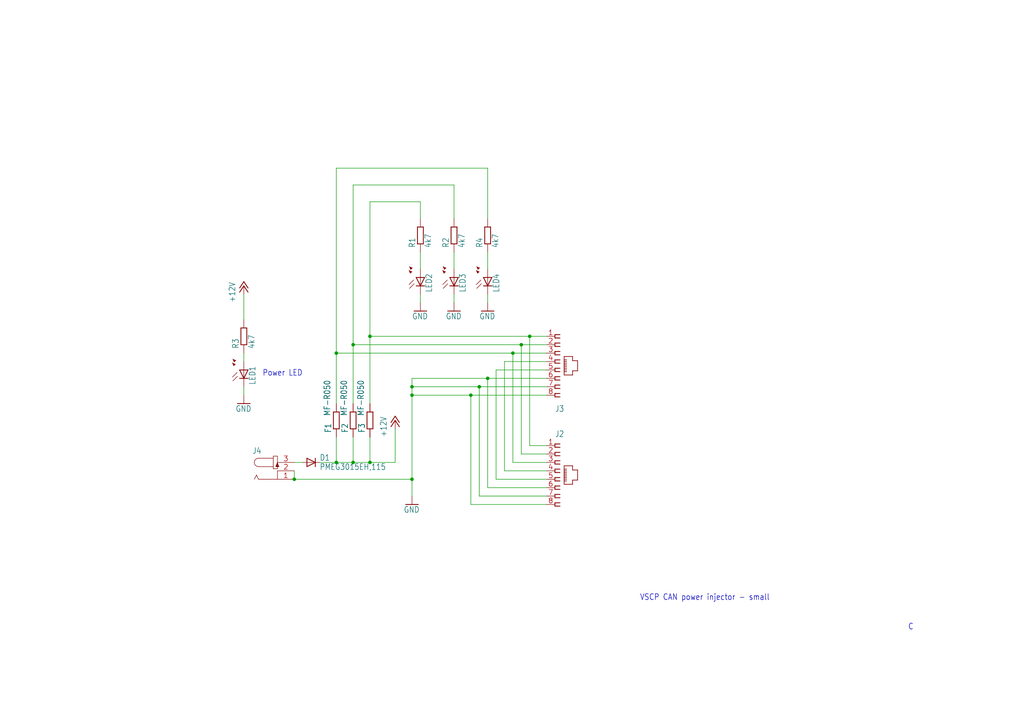
<source format=kicad_sch>
(kicad_sch (version 20250114) (generator "eeschema") (generator_version "9.0")
  (paper "User" 309.347 218.491)
  (lib_symbols
    (symbol "power_injector_rev_c-eagle-import:+12V" (power)
      (symbol "+12V_1_0"
        (polyline (pts (xy 0 1.27) (xy -1.27 -0.635)) (stroke (width 0.254)))
        (polyline (pts (xy 0 0) (xy -1.27 -1.905)) (stroke (width 0.254)))
        (polyline (pts (xy 1.27 -0.635) (xy 0 1.27)) (stroke (width 0.254)))
        (polyline (pts (xy 1.27 -1.905) (xy 0 0)) (stroke (width 0.254)))
        (pin power_in line (at 0 -2.54 90) (length 2.54) (name "+12V") (number "1"))
      )
    )
    (symbol "power_injector_rev_c-eagle-import:A00-108-220-450"
      (symbol "A00-108-220-450_1_0"
        (polyline (pts (xy 2.54 8.128) (xy 2.54 7.112)) (stroke (width 0.254)))
        (polyline (pts (xy 2.54 7.112) (xy 4.064 7.112)) (stroke (width 0.254)))
        (polyline (pts (xy 2.54 5.588) (xy 2.54 4.572)) (stroke (width 0.254)))
        (polyline (pts (xy 2.54 4.572) (xy 4.064 4.572)) (stroke (width 0.254)))
        (polyline (pts (xy 2.54 3.048) (xy 2.54 2.032)) (stroke (width 0.254)))
        (polyline (pts (xy 2.54 2.032) (xy 4.064 2.032)) (stroke (width 0.254)))
        (polyline (pts (xy 2.54 0.508) (xy 2.54 -0.508)) (stroke (width 0.254)))
        (polyline (pts (xy 2.54 -0.508) (xy 4.064 -0.508)) (stroke (width 0.254)))
        (polyline (pts (xy 2.54 -2.032) (xy 2.54 -3.048)) (stroke (width 0.254)))
        (polyline (pts (xy 2.54 -3.048) (xy 4.064 -3.048)) (stroke (width 0.254)))
        (polyline (pts (xy 2.54 -4.572) (xy 2.54 -5.588)) (stroke (width 0.254)))
        (polyline (pts (xy 2.54 -5.588) (xy 4.064 -5.588)) (stroke (width 0.254)))
        (polyline (pts (xy 2.54 -7.112) (xy 2.54 -8.128)) (stroke (width 0.254)))
        (polyline (pts (xy 2.54 -8.128) (xy 4.064 -8.128)) (stroke (width 0.254)))
        (polyline (pts (xy 2.54 -9.652) (xy 2.54 -10.668)) (stroke (width 0.254)))
        (polyline (pts (xy 2.54 -10.668) (xy 4.064 -10.668)) (stroke (width 0.254)))
        (polyline (pts (xy 4.064 8.128) (xy 2.54 8.128)) (stroke (width 0.254)))
        (polyline (pts (xy 4.064 5.588) (xy 2.54 5.588)) (stroke (width 0.254)))
        (polyline (pts (xy 4.064 3.048) (xy 2.54 3.048)) (stroke (width 0.254)))
        (polyline (pts (xy 4.064 0.508) (xy 2.54 0.508)) (stroke (width 0.254)))
        (polyline (pts (xy 4.064 -2.032) (xy 2.54 -2.032)) (stroke (width 0.254)))
        (polyline (pts (xy 4.064 -4.572) (xy 2.54 -4.572)) (stroke (width 0.254)))
        (polyline (pts (xy 4.064 -7.112) (xy 2.54 -7.112)) (stroke (width 0.254)))
        (polyline (pts (xy 4.064 -9.652) (xy 2.54 -9.652)) (stroke (width 0.254)))
        (polyline (pts (xy 5.334 1.524) (xy 5.334 0.508)) (stroke (width 0.1998)))
        (polyline (pts (xy 5.334 0.508) (xy 5.334 0)) (stroke (width 0.1998)))
        (polyline (pts (xy 5.334 0.508) (xy 6.096 0.508)) (stroke (width 0.1998)))
        (polyline (pts (xy 5.334 0) (xy 5.334 -0.508)) (stroke (width 0.1998)))
        (polyline (pts (xy 5.334 0) (xy 6.096 0)) (stroke (width 0.1998)))
        (polyline (pts (xy 5.334 -0.508) (xy 5.334 -1.016)) (stroke (width 0.1998)))
        (polyline (pts (xy 5.334 -0.508) (xy 6.096 -0.508)) (stroke (width 0.1998)))
        (polyline (pts (xy 5.334 -1.016) (xy 5.334 -1.524)) (stroke (width 0.1998)))
        (polyline (pts (xy 5.334 -1.016) (xy 6.096 -1.016)) (stroke (width 0.1998)))
        (polyline (pts (xy 5.334 -1.524) (xy 5.334 -2.032)) (stroke (width 0.1998)))
        (polyline (pts (xy 5.334 -1.524) (xy 6.096 -1.524)) (stroke (width 0.1998)))
        (polyline (pts (xy 5.334 -2.032) (xy 5.334 -2.54)) (stroke (width 0.1998)))
        (polyline (pts (xy 5.334 -2.032) (xy 6.096 -2.032)) (stroke (width 0.1998)))
        (polyline (pts (xy 5.334 -2.54) (xy 5.334 -3.048)) (stroke (width 0.1998)))
        (polyline (pts (xy 5.334 -2.54) (xy 6.096 -2.54)) (stroke (width 0.1998)))
        (polyline (pts (xy 5.334 -3.048) (xy 5.334 -4.064)) (stroke (width 0.1998)))
        (polyline (pts (xy 5.334 -3.048) (xy 6.096 -3.048)) (stroke (width 0.1998)))
        (polyline (pts (xy 5.334 -4.064) (xy 7.874 -4.064)) (stroke (width 0.1998)))
        (polyline (pts (xy 7.874 1.524) (xy 5.334 1.524)) (stroke (width 0.1998)))
        (polyline (pts (xy 7.874 0.254) (xy 7.874 1.524)) (stroke (width 0.1998)))
        (polyline (pts (xy 7.874 -2.794) (xy 9.398 -2.794)) (stroke (width 0.1998)))
        (polyline (pts (xy 7.874 -4.064) (xy 7.874 -2.794)) (stroke (width 0.1998)))
        (polyline (pts (xy 9.398 0.254) (xy 7.874 0.254)) (stroke (width 0.1998)))
        (polyline (pts (xy 9.398 -2.794) (xy 9.398 0.254)) (stroke (width 0.1998)))
        (pin passive line (at 0 7.62 0) (length 2.54) (name "1") (number "1"))
        (pin passive line (at 0 5.08 0) (length 2.54) (name "2") (number "2"))
        (pin passive line (at 0 2.54 0) (length 2.54) (name "3") (number "3"))
        (pin passive line (at 0 0 0) (length 2.54) (name "4") (number "4"))
        (pin passive line (at 0 -2.54 0) (length 2.54) (name "5") (number "5"))
        (pin passive line (at 0 -5.08 0) (length 2.54) (name "6") (number "6"))
        (pin passive line (at 0 -7.62 0) (length 2.54) (name "7") (number "7"))
        (pin passive line (at 0 -10.16 0) (length 2.54) (name "8") (number "8"))
      )
    )
    (symbol "power_injector_rev_c-eagle-import:DIODE-SMB"
      (property "Reference" "D" (at 2.54 0.4826 0))
      (symbol "DIODE-SMB_1_0"
        (polyline (pts (xy -1.27 1.27) (xy -1.27 -1.27)) (stroke (width 0.254)))
        (polyline (pts (xy -1.27 -1.27) (xy 1.27 0)) (stroke (width 0.254)))
        (polyline (pts (xy 1.27 1.27) (xy 1.27 0)) (stroke (width 0.254)))
        (polyline (pts (xy 1.27 0) (xy -1.27 1.27)) (stroke (width 0.254)))
        (polyline (pts (xy 1.27 0) (xy 1.27 -1.27)) (stroke (width 0.254)))
        (pin passive line (at -2.54 0 0) (length 2.54) (name "A") (number "A"))
        (pin passive line (at 2.54 0 180) (length 2.54) (name "C") (number "C"))
      )
    )
    (symbol "power_injector_rev_c-eagle-import:GND" (power)
      (symbol "GND_1_0"
        (polyline (pts (xy -1.905 0) (xy 1.905 0)) (stroke (width 0.254)))
        (pin power_in line (at 0 2.54 270) (length 2.54) (name "GND") (number "1"))
      )
    )
    (symbol "power_injector_rev_c-eagle-import:JACK-PLUG0"
      (property "Reference" "J" (at -7.62 5.08 0))
      (symbol "JACK-PLUG0_1_0"
        (polyline (pts (xy -6.35 -1.27) (xy -6.985 -2.54)) (stroke (width 0.1524)))
        (polyline (pts (xy -5.715 3.81) (xy -1.27 3.81)) (stroke (width 0.1524)))
        (arc (start -5.715 1.27) (mid -6.985 2.54) (end -5.715 3.81) (stroke (width 0.1524)))
        (polyline (pts (xy -5.715 -2.54) (xy -6.35 -1.27)) (stroke (width 0.1524)))
        (polyline (pts (xy -1.27 4.445) (xy -1.27 3.81)) (stroke (width 0.1524)))
        (polyline (pts (xy -1.27 3.81) (xy -1.27 1.27)) (stroke (width 0.1524)))
        (polyline (pts (xy -1.27 1.27) (xy -5.715 1.27)) (stroke (width 0.1524)))
        (polyline (pts (xy -1.27 1.27) (xy -1.27 0.635)) (stroke (width 0.1524)))
        (polyline (pts (xy -1.27 0.635) (xy 0 0.635)) (stroke (width 0.1524)))
        (polyline (pts (xy 0 4.445) (xy -1.27 4.445)) (stroke (width 0.1524)))
        (polyline (pts (xy 0 2.54) (xy -0.508 1.27) (xy 0.508 1.27)) (stroke (width 0.1524)) (fill (type outline)))
        (polyline (pts (xy 0 0.635) (xy 0 4.445)) (stroke (width 0.1524)))
        (polyline (pts (xy 0 0) (xy 0 -2.54)) (stroke (width 0.1524)))
        (polyline (pts (xy 0 -2.54) (xy -5.715 -2.54)) (stroke (width 0.1524)))
        (pin passive line (at 5.08 2.54 180) (length 5.08) (name "3") (number "3"))
        (pin passive line (at 5.08 0 180) (length 5.08) (name "2") (number "2"))
        (pin passive line (at 5.08 -2.54 180) (length 5.08) (name "1") (number "1"))
      )
    )
    (symbol "power_injector_rev_c-eagle-import:LEDCHIP-LED0805"
      (property "Reference" "LED" (at 3.556 -4.572 90))
      (symbol "LEDCHIP-LED0805_1_0"
        (polyline (pts (xy -3.429 2.159) (xy -3.048 1.27) (xy -2.54 1.778)) (stroke (width 0.1524)) (fill (type outline)))
        (polyline (pts (xy -3.302 3.302) (xy -2.921 2.413) (xy -2.413 2.921)) (stroke (width 0.1524)) (fill (type outline)))
        (polyline (pts (xy -2.032 -0.762) (xy -3.429 -2.159)) (stroke (width 0.1524)))
        (polyline (pts (xy -1.905 -1.905) (xy -3.302 -3.302)) (stroke (width 0.1524)))
        (polyline (pts (xy 0 0) (xy -1.27 0)) (stroke (width 0.254)))
        (polyline (pts (xy 0 0) (xy 0 -2.54)) (stroke (width 0.1524)))
        (polyline (pts (xy 0 -2.54) (xy -1.27 0)) (stroke (width 0.254)))
        (polyline (pts (xy 0 -2.54) (xy -1.27 -2.54)) (stroke (width 0.254)))
        (polyline (pts (xy 1.27 0) (xy 0 0)) (stroke (width 0.254)))
        (polyline (pts (xy 1.27 0) (xy 0 -2.54)) (stroke (width 0.254)))
        (polyline (pts (xy 1.27 -2.54) (xy 0 -2.54)) (stroke (width 0.254)))
        (pin passive line (at 0 2.54 270) (length 2.54) (name "A") (number "A"))
        (pin passive line (at 0 -5.08 90) (length 2.54) (name "C") (number "C"))
      )
    )
    (symbol "power_injector_rev_c-eagle-import:R-EU_0204/5"
      (property "Reference" "R" (at -3.81 1.4986 0))
      (symbol "R-EU_0204/5_1_0"
        (polyline (pts (xy -2.54 -0.889) (xy -2.54 0.889)) (stroke (width 0.254)))
        (polyline (pts (xy -2.54 -0.889) (xy 2.54 -0.889)) (stroke (width 0.254)))
        (polyline (pts (xy 2.54 0.889) (xy -2.54 0.889)) (stroke (width 0.254)))
        (polyline (pts (xy 2.54 -0.889) (xy 2.54 0.889)) (stroke (width 0.254)))
        (pin passive line (at -5.08 0 0) (length 2.54) (name "1") (number "1"))
        (pin passive line (at 5.08 0 180) (length 2.54) (name "2") (number "2"))
      )
    )
    (symbol "power_injector_rev_c-eagle-import:R-EU_R0805"
      (property "Reference" "R" (at -3.81 1.4986 0))
      (symbol "R-EU_R0805_1_0"
        (polyline (pts (xy -2.54 -0.889) (xy -2.54 0.889)) (stroke (width 0.254)))
        (polyline (pts (xy -2.54 -0.889) (xy 2.54 -0.889)) (stroke (width 0.254)))
        (polyline (pts (xy 2.54 0.889) (xy -2.54 0.889)) (stroke (width 0.254)))
        (polyline (pts (xy 2.54 -0.889) (xy 2.54 0.889)) (stroke (width 0.254)))
        (pin passive line (at -5.08 0 0) (length 2.54) (name "1") (number "1"))
        (pin passive line (at 5.08 0 180) (length 2.54) (name "2") (number "2"))
      )
    )
  )
  (text "Power LED" (at 91.44 111.76 0) (effects (font (size 1.778 1.5113)) (justify right top)))
  (text "VSCP CAN power injector - small" (at 193.294 181.61 0) (effects (font (size 1.778 1.5113)) (justify left bottom)))
  (text "C" (at 274.32 190.5 0) (effects (font (size 1.778 1.5113)) (justify left bottom)))
  (junction (at 144.78 116.84))
  (junction (at 106.68 139.7))
  (junction (at 101.6 139.7))
  (junction (at 111.76 139.7))
  (junction (at 88.9 144.78))
  (junction (at 106.68 104.14))
  (junction (at 101.6 106.68))
  (junction (at 124.46 144.78))
  (junction (at 154.94 106.68))
  (junction (at 124.46 119.38))
  (junction (at 142.24 119.38))
  (junction (at 124.46 116.84))
  (junction (at 157.48 104.14))
  (junction (at 147.32 114.3))
  (junction (at 111.76 101.6))
  (junction (at 160.02 101.6))
  (wire (pts (xy 124.46 144.78) (xy 124.46 119.38)) (stroke (width 0.1524)))
  (wire (pts (xy 147.32 114.3) (xy 147.32 147.32)) (stroke (width 0.1524)))
  (wire (pts (xy 165.1 109.22) (xy 152.4 109.22)) (stroke (width 0.1524)))
  (wire (pts (xy 101.6 139.7) (xy 106.68 139.7)) (stroke (width 0.1524)))
  (wire (pts (xy 111.76 101.6) (xy 160.02 101.6)) (stroke (width 0.1524)))
  (wire (pts (xy 157.48 104.14) (xy 165.1 104.14)) (stroke (width 0.1524)))
  (wire (pts (xy 157.48 137.16) (xy 165.1 137.16)) (stroke (width 0.1524)))
  (wire (pts (xy 160.02 134.62) (xy 160.02 101.6)) (stroke (width 0.1524)))
  (wire (pts (xy 111.76 121.92) (xy 111.76 101.6)) (stroke (width 0.1524)))
  (wire (pts (xy 88.9 142.24) (xy 88.9 144.78)) (stroke (width 0.1524)))
  (wire (pts (xy 106.68 121.92) (xy 106.68 104.14)) (stroke (width 0.1524)))
  (wire (pts (xy 124.46 119.38) (xy 124.46 116.84)) (stroke (width 0.1524)))
  (wire (pts (xy 147.32 147.32) (xy 165.1 147.32)) (stroke (width 0.1524)))
  (wire (pts (xy 154.94 106.68) (xy 154.94 139.7)) (stroke (width 0.1524)))
  (wire (pts (xy 149.86 111.76) (xy 149.86 144.78)) (stroke (width 0.1524)))
  (wire (pts (xy 106.68 104.14) (xy 157.48 104.14)) (stroke (width 0.1524)))
  (wire (pts (xy 165.1 111.76) (xy 149.86 111.76)) (stroke (width 0.1524)))
  (wire (pts (xy 127 88.9) (xy 127 91.44)) (stroke (width 0.1524)))
  (wire (pts (xy 144.78 116.84) (xy 144.78 149.86)) (stroke (width 0.1524)))
  (wire (pts (xy 142.24 119.38) (xy 165.1 119.38)) (stroke (width 0.1524)))
  (wire (pts (xy 73.66 109.22) (xy 73.66 106.68)) (stroke (width 0.1524)))
  (wire (pts (xy 111.76 132.08) (xy 111.76 139.7)) (stroke (width 0.1524)))
  (wire (pts (xy 137.16 66.04) (xy 137.16 55.88)) (stroke (width 0.1524)))
  (wire (pts (xy 124.46 116.84) (xy 144.78 116.84)) (stroke (width 0.1524)))
  (wire (pts (xy 152.4 109.22) (xy 152.4 142.24)) (stroke (width 0.1524)))
  (wire (pts (xy 142.24 119.38) (xy 142.24 152.4)) (stroke (width 0.1524)))
  (wire (pts (xy 124.46 116.84) (xy 124.46 114.3)) (stroke (width 0.1524)))
  (wire (pts (xy 149.86 144.78) (xy 165.1 144.78)) (stroke (width 0.1524)))
  (wire (pts (xy 152.4 142.24) (xy 165.1 142.24)) (stroke (width 0.1524)))
  (wire (pts (xy 147.32 114.3) (xy 165.1 114.3)) (stroke (width 0.1524)))
  (wire (pts (xy 154.94 106.68) (xy 165.1 106.68)) (stroke (width 0.1524)))
  (wire (pts (xy 101.6 50.8) (xy 101.6 106.68)) (stroke (width 0.1524)))
  (wire (pts (xy 142.24 152.4) (xy 165.1 152.4)) (stroke (width 0.1524)))
  (wire (pts (xy 119.38 139.7) (xy 119.38 129.54)) (stroke (width 0.1524)))
  (wire (pts (xy 96.52 139.7) (xy 101.6 139.7)) (stroke (width 0.1524)))
  (wire (pts (xy 137.16 55.88) (xy 106.68 55.88)) (stroke (width 0.1524)))
  (wire (pts (xy 73.66 116.84) (xy 73.66 119.38)) (stroke (width 0.1524)))
  (wire (pts (xy 101.6 132.08) (xy 101.6 139.7)) (stroke (width 0.1524)))
  (wire (pts (xy 165.1 134.62) (xy 160.02 134.62)) (stroke (width 0.1524)))
  (wire (pts (xy 147.32 50.8) (xy 101.6 50.8)) (stroke (width 0.1524)))
  (wire (pts (xy 124.46 114.3) (xy 147.32 114.3)) (stroke (width 0.1524)))
  (wire (pts (xy 88.9 144.78) (xy 124.46 144.78)) (stroke (width 0.1524)))
  (wire (pts (xy 154.94 139.7) (xy 165.1 139.7)) (stroke (width 0.1524)))
  (wire (pts (xy 144.78 149.86) (xy 165.1 149.86)) (stroke (width 0.1524)))
  (wire (pts (xy 124.46 144.78) (xy 124.46 149.86)) (stroke (width 0.1524)))
  (wire (pts (xy 106.68 55.88) (xy 106.68 104.14)) (stroke (width 0.1524)))
  (wire (pts (xy 157.48 104.14) (xy 157.48 137.16)) (stroke (width 0.1524)))
  (wire (pts (xy 106.68 139.7) (xy 111.76 139.7)) (stroke (width 0.1524)))
  (wire (pts (xy 127 81.28) (xy 127 76.2)) (stroke (width 0.1524)))
  (wire (pts (xy 73.66 88.9) (xy 73.66 96.52)) (stroke (width 0.1524)))
  (wire (pts (xy 137.16 81.28) (xy 137.16 76.2)) (stroke (width 0.1524)))
  (wire (pts (xy 111.76 60.96) (xy 127 60.96)) (stroke (width 0.1524)))
  (wire (pts (xy 127 60.96) (xy 127 66.04)) (stroke (width 0.1524)))
  (wire (pts (xy 147.32 81.28) (xy 147.32 76.2)) (stroke (width 0.1524)))
  (wire (pts (xy 144.78 116.84) (xy 165.1 116.84)) (stroke (width 0.1524)))
  (wire (pts (xy 101.6 121.92) (xy 101.6 106.68)) (stroke (width 0.1524)))
  (wire (pts (xy 101.6 106.68) (xy 154.94 106.68)) (stroke (width 0.1524)))
  (wire (pts (xy 106.68 132.08) (xy 106.68 139.7)) (stroke (width 0.1524)))
  (wire (pts (xy 111.76 139.7) (xy 119.38 139.7)) (stroke (width 0.1524)))
  (wire (pts (xy 88.9 139.7) (xy 91.44 139.7)) (stroke (width 0.1524)))
  (wire (pts (xy 160.02 101.6) (xy 165.1 101.6)) (stroke (width 0.1524)))
  (wire (pts (xy 111.76 101.6) (xy 111.76 60.96)) (stroke (width 0.1524)))
  (wire (pts (xy 147.32 88.9) (xy 147.32 91.44)) (stroke (width 0.1524)))
  (wire (pts (xy 124.46 119.38) (xy 142.24 119.38)) (stroke (width 0.1524)))
  (wire (pts (xy 137.16 88.9) (xy 137.16 91.44)) (stroke (width 0.1524)))
  (wire (pts (xy 147.32 66.04) (xy 147.32 50.8)) (stroke (width 0.1524)))
  (symbol (lib_id "power_injector_rev_c-eagle-import:LEDCHIP-LED0805") (at 73.66 111.76 0) (unit 1)
    (property "Reference" "LED1" (at 77.216 116.332 90) (effects (font (size 1.778 1.5113)) (justify left bottom)))
    (property "Value" "LEDCHIP-LED0805" (effects (hide yes)))
    (property "Footprint" "power_injector_rev_c:CHIP-LED0805" (effects (hide yes)))
  )
  (symbol (lib_id "power_injector_rev_c-eagle-import:LEDCHIP-LED0805") (at 137.16 83.82 0) (unit 1)
    (property "Reference" "LED3" (at 140.716 88.392 90) (effects (font (size 1.778 1.5113)) (justify left bottom)))
    (property "Value" "LEDCHIP-LED0805" (effects (hide yes)))
    (property "Footprint" "power_injector_rev_c:CHIP-LED0805" (effects (hide yes)))
  )
  (symbol (lib_id "power_injector_rev_c-eagle-import:GND") (at 124.46 152.4 0) (unit 1)
    (property "Reference" "#GND3" (effects (hide yes)))
    (property "Value" "GND" (at 121.92 154.94 0) (effects (font (size 1.778 1.5113)) (justify left bottom)))
  )
  (symbol (lib_id "power_injector_rev_c-eagle-import:R-EU_R0805") (at 127 71.12 90) (unit 1)
    (property "Reference" "R1" (at 125.5014 74.93 0) (effects (font (size 1.778 1.5113)) (justify left bottom)))
    (property "Value" "4k7" (at 130.302 74.93 0) (effects (font (size 1.778 1.5113)) (justify left bottom)))
    (property "Footprint" "power_injector_rev_c:R0805" (effects (hide yes)))
  )
  (symbol (lib_id "power_injector_rev_c-eagle-import:+12V") (at 73.66 86.36 0) (unit 1)
    (property "Reference" "#P+1" (effects (hide yes)))
    (property "Value" "+12V" (at 71.12 91.44 90) (effects (font (size 1.778 1.5113)) (justify left bottom)))
  )
  (symbol (lib_id "power_injector_rev_c-eagle-import:+12V") (at 119.38 127 0) (unit 1)
    (property "Reference" "#P+7" (effects (hide yes)))
    (property "Value" "+12V" (at 116.84 132.08 90) (effects (font (size 1.778 1.5113)) (justify left bottom)))
  )
  (symbol (lib_id "power_injector_rev_c-eagle-import:GND") (at 73.66 121.92 0) (unit 1)
    (property "Reference" "#GND10" (effects (hide yes)))
    (property "Value" "GND" (at 71.12 124.46 0) (effects (font (size 1.778 1.5113)) (justify left bottom)))
  )
  (symbol (lib_id "power_injector_rev_c-eagle-import:GND") (at 137.16 93.98 0) (unit 1)
    (property "Reference" "#GND2" (effects (hide yes)))
    (property "Value" "GND" (at 134.62 96.52 0) (effects (font (size 1.778 1.5113)) (justify left bottom)))
  )
  (symbol (lib_id "power_injector_rev_c-eagle-import:R-EU_R0805") (at 147.32 71.12 90) (unit 1)
    (property "Reference" "R4" (at 145.8214 74.93 0) (effects (font (size 1.778 1.5113)) (justify left bottom)))
    (property "Value" "4k7" (at 150.622 74.93 0) (effects (font (size 1.778 1.5113)) (justify left bottom)))
    (property "Footprint" "power_injector_rev_c:R0805" (effects (hide yes)))
  )
  (symbol (lib_id "power_injector_rev_c-eagle-import:R-EU_0204/5") (at 101.6 127 90) (unit 1)
    (property "Reference" "F1" (at 100.1014 130.81 0) (effects (font (size 1.778 1.5113)) (justify left bottom)))
    (property "Value" "MF-R050" (at 99.822 125.73 0) (effects (font (size 1.778 1.5113)) (justify left bottom)))
    (property "Footprint" "power_injector_rev_c:0204_5" (effects (hide yes)))
  )
  (symbol (lib_id "power_injector_rev_c-eagle-import:DIODE-SMB") (at 93.98 139.7 0) (unit 1)
    (property "Reference" "D1" (at 96.52 139.2174 0) (effects (font (size 1.778 1.5113)) (justify left bottom)))
    (property "Value" "PMEG3015EH,115" (at 96.52 142.0114 0) (effects (font (size 1.778 1.5113)) (justify left bottom)))
    (property "Footprint" "power_injector_rev_c:SMB" (effects (hide yes)))
  )
  (symbol (lib_id "power_injector_rev_c-eagle-import:R-EU_0204/5") (at 111.76 127 90) (unit 1)
    (property "Reference" "F3" (at 110.2614 130.81 0) (effects (font (size 1.778 1.5113)) (justify left bottom)))
    (property "Value" "MF-R050" (at 109.982 125.73 0) (effects (font (size 1.778 1.5113)) (justify left bottom)))
    (property "Footprint" "power_injector_rev_c:0204_5" (effects (hide yes)))
  )
  (symbol (lib_id "power_injector_rev_c-eagle-import:R-EU_R0805") (at 73.66 101.6 90) (unit 1)
    (property "Reference" "R3" (at 72.1614 105.41 0) (effects (font (size 1.778 1.5113)) (justify left bottom)))
    (property "Value" "4k7" (at 76.962 105.41 0) (effects (font (size 1.778 1.5113)) (justify left bottom)))
    (property "Footprint" "power_injector_rev_c:R0805" (effects (hide yes)))
  )
  (symbol (lib_id "power_injector_rev_c-eagle-import:A00-108-220-450") (at 165.1 142.24 0) (unit 1)
    (property "Reference" "J2" (at 167.64 132.08 0) (effects (font (size 1.778 1.5113)) (justify left bottom)))
    (property "Value" "A00-108-220-450" (effects (hide yes)))
    (property "Footprint" "power_injector_rev_c:RJ-45" (effects (hide yes)))
  )
  (symbol (lib_id "power_injector_rev_c-eagle-import:R-EU_R0805") (at 137.16 71.12 90) (unit 1)
    (property "Reference" "R2" (at 135.6614 74.93 0) (effects (font (size 1.778 1.5113)) (justify left bottom)))
    (property "Value" "4k7" (at 140.462 74.93 0) (effects (font (size 1.778 1.5113)) (justify left bottom)))
    (property "Footprint" "power_injector_rev_c:R0805" (effects (hide yes)))
  )
  (symbol (lib_id "power_injector_rev_c-eagle-import:LEDCHIP-LED0805") (at 147.32 83.82 0) (unit 1)
    (property "Reference" "LED4" (at 150.876 88.392 90) (effects (font (size 1.778 1.5113)) (justify left bottom)))
    (property "Value" "LEDCHIP-LED0805" (effects (hide yes)))
    (property "Footprint" "power_injector_rev_c:CHIP-LED0805" (effects (hide yes)))
  )
  (symbol (lib_id "power_injector_rev_c-eagle-import:GND") (at 147.32 93.98 0) (unit 1)
    (property "Reference" "#GND4" (effects (hide yes)))
    (property "Value" "GND" (at 144.78 96.52 0) (effects (font (size 1.778 1.5113)) (justify left bottom)))
  )
  (symbol (lib_id "power_injector_rev_c-eagle-import:R-EU_0204/5") (at 106.68 127 90) (unit 1)
    (property "Reference" "F2" (at 105.1814 130.81 0) (effects (font (size 1.778 1.5113)) (justify left bottom)))
    (property "Value" "MF-R050" (at 104.902 125.73 0) (effects (font (size 1.778 1.5113)) (justify left bottom)))
    (property "Footprint" "power_injector_rev_c:0204_5" (effects (hide yes)))
  )
  (symbol (lib_id "power_injector_rev_c-eagle-import:LEDCHIP-LED0805") (at 127 83.82 0) (unit 1)
    (property "Reference" "LED2" (at 130.556 88.392 90) (effects (font (size 1.778 1.5113)) (justify left bottom)))
    (property "Value" "LEDCHIP-LED0805" (effects (hide yes)))
    (property "Footprint" "power_injector_rev_c:CHIP-LED0805" (effects (hide yes)))
  )
  (symbol (lib_id "power_injector_rev_c-eagle-import:A00-108-220-450") (at 165.1 109.22 0) (unit 1)
    (property "Reference" "J3" (at 167.64 124.46 0) (effects (font (size 1.778 1.5113)) (justify left bottom)))
    (property "Value" "A00-108-220-450" (effects (hide yes)))
    (property "Footprint" "power_injector_rev_c:RJ-45" (effects (hide yes)))
  )
  (symbol (lib_id "power_injector_rev_c-eagle-import:GND") (at 127 93.98 0) (unit 1)
    (property "Reference" "#GND1" (effects (hide yes)))
    (property "Value" "GND" (at 124.46 96.52 0) (effects (font (size 1.778 1.5113)) (justify left bottom)))
  )
  (symbol (lib_id "power_injector_rev_c-eagle-import:JACK-PLUG0") (at 83.82 142.24 0) (unit 1)
    (property "Reference" "J4" (at 76.2 137.16 0) (effects (font (size 1.778 1.5113)) (justify left bottom)))
    (property "Value" "JACK-PLUG0" (effects (hide yes)))
    (property "Footprint" "power_injector_rev_c:SPC4077" (effects (hide yes)))
  )
)
</source>
